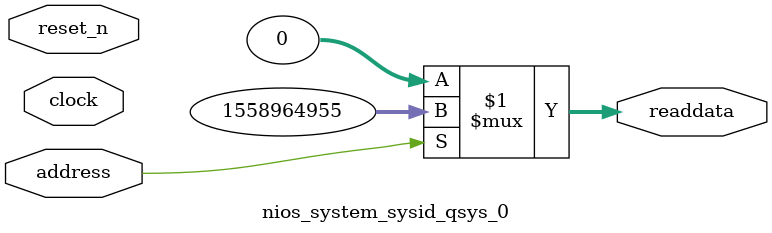
<source format=v>



// synthesis translate_off
`timescale 1ns / 1ps
// synthesis translate_on

// turn off superfluous verilog processor warnings 
// altera message_level Level1 
// altera message_off 10034 10035 10036 10037 10230 10240 10030 

module nios_system_sysid_qsys_0 (
               // inputs:
                address,
                clock,
                reset_n,

               // outputs:
                readdata
             )
;

  output  [ 31: 0] readdata;
  input            address;
  input            clock;
  input            reset_n;

  wire    [ 31: 0] readdata;
  //control_slave, which is an e_avalon_slave
  assign readdata = address ? 1558964955 : 0;

endmodule



</source>
